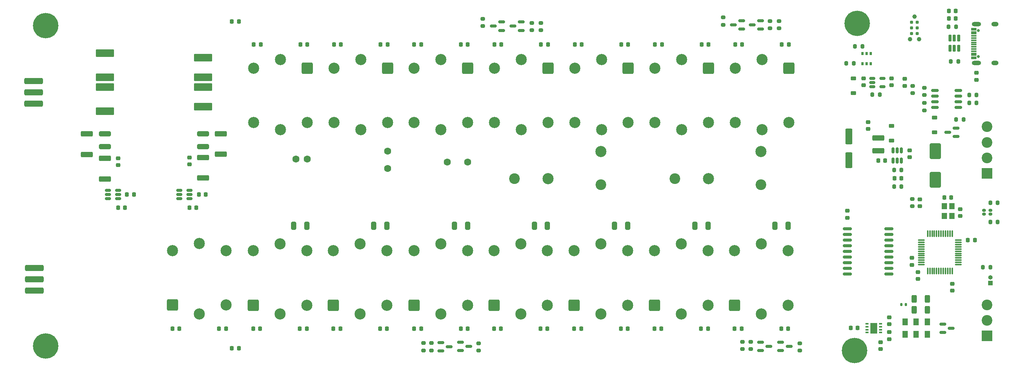
<source format=gts>
G04 #@! TF.GenerationSoftware,KiCad,Pcbnew,8.0.2-8.0.2-0~ubuntu22.04.1*
G04 #@! TF.CreationDate,2024-05-04T14:35:27+03:00*
G04 #@! TF.ProjectId,ZFTuner,5a465475-6e65-4722-9e6b-696361645f70,A0*
G04 #@! TF.SameCoordinates,Original*
G04 #@! TF.FileFunction,Soldermask,Top*
G04 #@! TF.FilePolarity,Negative*
%FSLAX46Y46*%
G04 Gerber Fmt 4.6, Leading zero omitted, Abs format (unit mm)*
G04 Created by KiCad (PCBNEW 8.0.2-8.0.2-0~ubuntu22.04.1) date 2024-05-04 14:35:27*
%MOMM*%
%LPD*%
G01*
G04 APERTURE LIST*
G04 Aperture macros list*
%AMRoundRect*
0 Rectangle with rounded corners*
0 $1 Rounding radius*
0 $2 $3 $4 $5 $6 $7 $8 $9 X,Y pos of 4 corners*
0 Add a 4 corners polygon primitive as box body*
4,1,4,$2,$3,$4,$5,$6,$7,$8,$9,$2,$3,0*
0 Add four circle primitives for the rounded corners*
1,1,$1+$1,$2,$3*
1,1,$1+$1,$4,$5*
1,1,$1+$1,$6,$7*
1,1,$1+$1,$8,$9*
0 Add four rect primitives between the rounded corners*
20,1,$1+$1,$2,$3,$4,$5,0*
20,1,$1+$1,$4,$5,$6,$7,0*
20,1,$1+$1,$6,$7,$8,$9,0*
20,1,$1+$1,$8,$9,$2,$3,0*%
G04 Aperture macros list end*
%ADD10RoundRect,0.285433X-1.764567X-0.584567X1.764567X-0.584567X1.764567X0.584567X-1.764567X0.584567X0*%
%ADD11C,2.400000*%
%ADD12C,2.500000*%
%ADD13RoundRect,0.225000X-0.375000X0.225000X-0.375000X-0.225000X0.375000X-0.225000X0.375000X0.225000X0*%
%ADD14RoundRect,0.225000X-0.225000X-0.250000X0.225000X-0.250000X0.225000X0.250000X-0.225000X0.250000X0*%
%ADD15RoundRect,0.200000X-0.200000X-0.275000X0.200000X-0.275000X0.200000X0.275000X-0.200000X0.275000X0*%
%ADD16RoundRect,0.200000X0.275000X-0.200000X0.275000X0.200000X-0.275000X0.200000X-0.275000X-0.200000X0*%
%ADD17RoundRect,0.225000X0.225000X0.250000X-0.225000X0.250000X-0.225000X-0.250000X0.225000X-0.250000X0*%
%ADD18RoundRect,0.225000X0.250000X-0.225000X0.250000X0.225000X-0.250000X0.225000X-0.250000X-0.225000X0*%
%ADD19RoundRect,0.250000X1.075000X-0.362500X1.075000X0.362500X-1.075000X0.362500X-1.075000X-0.362500X0*%
%ADD20RoundRect,0.250000X-0.550000X1.500000X-0.550000X-1.500000X0.550000X-1.500000X0.550000X1.500000X0*%
%ADD21RoundRect,0.225000X-0.250000X0.225000X-0.250000X-0.225000X0.250000X-0.225000X0.250000X0.225000X0*%
%ADD22RoundRect,0.150000X0.587500X0.150000X-0.587500X0.150000X-0.587500X-0.150000X0.587500X-0.150000X0*%
%ADD23R,0.650000X0.350000*%
%ADD24R,1.550000X2.400000*%
%ADD25RoundRect,0.162500X0.262500X-0.162500X0.262500X0.162500X-0.262500X0.162500X-0.262500X-0.162500X0*%
%ADD26RoundRect,0.350000X-1.750000X-0.350000X1.750000X-0.350000X1.750000X0.350000X-1.750000X0.350000X0*%
%ADD27R,1.200000X1.400000*%
%ADD28RoundRect,0.218750X0.218750X0.256250X-0.218750X0.256250X-0.218750X-0.256250X0.218750X-0.256250X0*%
%ADD29C,5.700000*%
%ADD30C,0.990600*%
%ADD31C,0.787400*%
%ADD32RoundRect,0.150000X0.150000X-0.512500X0.150000X0.512500X-0.150000X0.512500X-0.150000X-0.512500X0*%
%ADD33RoundRect,0.250000X0.325000X0.650000X-0.325000X0.650000X-0.325000X-0.650000X0.325000X-0.650000X0*%
%ADD34RoundRect,0.200000X0.200000X0.275000X-0.200000X0.275000X-0.200000X-0.275000X0.200000X-0.275000X0*%
%ADD35RoundRect,0.196850X-0.403150X-0.603150X0.403150X-0.603150X0.403150X0.603150X-0.403150X0.603150X0*%
%ADD36RoundRect,0.250000X-1.000000X1.500000X-1.000000X-1.500000X1.000000X-1.500000X1.000000X1.500000X0*%
%ADD37RoundRect,0.225000X0.375000X-0.225000X0.375000X0.225000X-0.375000X0.225000X-0.375000X-0.225000X0*%
%ADD38RoundRect,0.250000X-1.000000X1.000000X-1.000000X-1.000000X1.000000X-1.000000X1.000000X1.000000X0*%
%ADD39RoundRect,0.218750X-0.218750X-0.256250X0.218750X-0.256250X0.218750X0.256250X-0.218750X0.256250X0*%
%ADD40RoundRect,0.200000X-0.275000X0.200000X-0.275000X-0.200000X0.275000X-0.200000X0.275000X0.200000X0*%
%ADD41C,1.600000*%
%ADD42RoundRect,0.250000X1.000000X-1.000000X1.000000X1.000000X-1.000000X1.000000X-1.000000X-1.000000X0*%
%ADD43RoundRect,0.150000X-0.512500X-0.150000X0.512500X-0.150000X0.512500X0.150000X-0.512500X0.150000X0*%
%ADD44R,2.400000X2.400000*%
%ADD45RoundRect,0.250000X-1.075000X0.362500X-1.075000X-0.362500X1.075000X-0.362500X1.075000X0.362500X0*%
%ADD46RoundRect,0.150000X0.675000X0.150000X-0.675000X0.150000X-0.675000X-0.150000X0.675000X-0.150000X0*%
%ADD47RoundRect,0.150000X0.875000X0.150000X-0.875000X0.150000X-0.875000X-0.150000X0.875000X-0.150000X0*%
%ADD48C,0.650000*%
%ADD49R,1.150000X0.300000*%
%ADD50O,2.100000X1.000000*%
%ADD51O,1.600000X1.000000*%
%ADD52RoundRect,0.150000X-0.587500X-0.150000X0.587500X-0.150000X0.587500X0.150000X-0.587500X0.150000X0*%
%ADD53RoundRect,0.250000X1.075000X-0.375000X1.075000X0.375000X-1.075000X0.375000X-1.075000X-0.375000X0*%
%ADD54RoundRect,0.075000X-0.075000X0.662500X-0.075000X-0.662500X0.075000X-0.662500X0.075000X0.662500X0*%
%ADD55RoundRect,0.075000X-0.662500X0.075000X-0.662500X-0.075000X0.662500X-0.075000X0.662500X0.075000X0*%
%ADD56RoundRect,0.250000X-0.312500X-0.625000X0.312500X-0.625000X0.312500X0.625000X-0.312500X0.625000X0*%
%ADD57RoundRect,0.140000X0.140000X0.170000X-0.140000X0.170000X-0.140000X-0.170000X0.140000X-0.170000X0*%
%ADD58RoundRect,0.250000X-1.075000X0.312500X-1.075000X-0.312500X1.075000X-0.312500X1.075000X0.312500X0*%
%ADD59R,0.510000X0.700000*%
%ADD60RoundRect,0.150000X0.150000X-0.650000X0.150000X0.650000X-0.150000X0.650000X-0.150000X-0.650000X0*%
%ADD61RoundRect,0.218750X0.256250X-0.218750X0.256250X0.218750X-0.256250X0.218750X-0.256250X-0.218750X0*%
%ADD62R,1.000000X1.000000*%
%ADD63O,1.000000X1.000000*%
G04 APERTURE END LIST*
D10*
X62250000Y-51750000D03*
X62250000Y-57150000D03*
X62250000Y-59350000D03*
X62250000Y-64750000D03*
X84250000Y-63750000D03*
X84250000Y-59350000D03*
X84250000Y-57150000D03*
X84250000Y-52750000D03*
D11*
X173500000Y-81300000D03*
D12*
X173500000Y-73800000D03*
D13*
X230190000Y-57375000D03*
X230190000Y-60675000D03*
D14*
X214107500Y-49750000D03*
X215657500Y-49750000D03*
D15*
X259250000Y-99800000D03*
X260900000Y-99800000D03*
X256150000Y-62900000D03*
X257800000Y-62900000D03*
D16*
X243350000Y-86100000D03*
X243350000Y-84450000D03*
D17*
X240950000Y-79817677D03*
X239400000Y-79817677D03*
X197540000Y-113617500D03*
X195990000Y-113617500D03*
D14*
X255850000Y-93712500D03*
X257400000Y-93712500D03*
D18*
X238690000Y-58925000D03*
X238690000Y-57375000D03*
D19*
X58250000Y-74450000D03*
X58250000Y-69825000D03*
D17*
X161540000Y-113617500D03*
X159990000Y-113617500D03*
X107540000Y-113617500D03*
X105990000Y-113617500D03*
D20*
X229152677Y-70392677D03*
X229152677Y-75792677D03*
D17*
X179540000Y-113617500D03*
X177990000Y-113617500D03*
D11*
X190157500Y-79900000D03*
D12*
X197657500Y-79900000D03*
D21*
X65250000Y-75325000D03*
X65250000Y-76875000D03*
D17*
X151090000Y-113617500D03*
X149540000Y-113617500D03*
X169090000Y-113617500D03*
X167540000Y-113617500D03*
D14*
X81250000Y-86450000D03*
X82800000Y-86450000D03*
D22*
X155687500Y-46590000D03*
X155687500Y-44690000D03*
X153812500Y-45640000D03*
D23*
X233200000Y-112525000D03*
X233200000Y-113175000D03*
X233200000Y-113825000D03*
X233200000Y-114475000D03*
X236300000Y-114475000D03*
X236300000Y-113825000D03*
X236300000Y-113175000D03*
X236300000Y-112525000D03*
D24*
X234750000Y-113500000D03*
D25*
X259450000Y-87050000D03*
X259450000Y-87900000D03*
X260900000Y-87050000D03*
X260900000Y-87900000D03*
D26*
X46407500Y-102500000D03*
X46407500Y-99950000D03*
X46407500Y-105050000D03*
D21*
X243325000Y-97712500D03*
X243325000Y-99262500D03*
D14*
X113657500Y-49750000D03*
X115207500Y-49750000D03*
D17*
X205090000Y-113617500D03*
X203540000Y-113617500D03*
D27*
X250600000Y-86100000D03*
X250600000Y-88300000D03*
X252300000Y-88300000D03*
X252300000Y-86100000D03*
D28*
X253137500Y-43950000D03*
X251562500Y-43950000D03*
D17*
X78972500Y-113617500D03*
X77422500Y-113617500D03*
D15*
X256150000Y-61150000D03*
X257800000Y-61150000D03*
D29*
X230400000Y-118500000D03*
D14*
X196107500Y-49750000D03*
X197657500Y-49750000D03*
X124107500Y-49750000D03*
X125657500Y-49750000D03*
D30*
X243865000Y-43480000D03*
X244881000Y-48560000D03*
X242849000Y-48560000D03*
D31*
X243230000Y-44750000D03*
X244500000Y-44750000D03*
X243230000Y-46020000D03*
X244500000Y-46020000D03*
X243230000Y-47290000D03*
X244500000Y-47290000D03*
D32*
X239050000Y-75837500D03*
X240000000Y-75837500D03*
X240950000Y-75837500D03*
X240950000Y-73562500D03*
X240000000Y-73562500D03*
X239050000Y-73562500D03*
D15*
X228575000Y-54000000D03*
X230225000Y-54000000D03*
X260900000Y-89640000D03*
X262550000Y-89640000D03*
D33*
X107540000Y-90500000D03*
X104590000Y-90500000D03*
D15*
X232190000Y-50200000D03*
X230540000Y-50200000D03*
D21*
X254150000Y-86750000D03*
X254150000Y-88300000D03*
X244650000Y-100875000D03*
X244650000Y-102425000D03*
D17*
X187090000Y-113617500D03*
X185540000Y-113617500D03*
D14*
X160107500Y-49750000D03*
X161657500Y-49750000D03*
D34*
X254887500Y-66600000D03*
X253237500Y-66600000D03*
D16*
X246050000Y-64550000D03*
X246050000Y-62900000D03*
D35*
X241750000Y-114900000D03*
X244250000Y-114900000D03*
X246750000Y-114900000D03*
X246750000Y-112100000D03*
X244250000Y-112100000D03*
X241750000Y-112100000D03*
D36*
X248500000Y-73692500D03*
X248500000Y-80192500D03*
D17*
X84887500Y-83450000D03*
X83337500Y-83450000D03*
D37*
X238750000Y-71350000D03*
X238750000Y-68050000D03*
D12*
X137657500Y-53117500D03*
X143657500Y-67317500D03*
X131657500Y-67317500D03*
D38*
X143657500Y-55117500D03*
D12*
X131657500Y-55117500D03*
X137657500Y-68917500D03*
D39*
X251562500Y-42250000D03*
X253137500Y-42250000D03*
D40*
X147000000Y-43990000D03*
X147000000Y-45640000D03*
D41*
X125657500Y-77660000D03*
X125657500Y-73740000D03*
D12*
X209540000Y-110317500D03*
X203540000Y-96117500D03*
X215540000Y-96117500D03*
D42*
X203540000Y-108317500D03*
D12*
X215540000Y-108317500D03*
X209540000Y-94517500D03*
D18*
X245100000Y-86100000D03*
X245100000Y-84550000D03*
D16*
X133750000Y-118475000D03*
X133750000Y-116825000D03*
D14*
X149657500Y-49750000D03*
X151207500Y-49750000D03*
D28*
X92325000Y-117975000D03*
X90750000Y-117975000D03*
D17*
X215540000Y-113617500D03*
X213990000Y-113617500D03*
D15*
X260900000Y-85300000D03*
X262550000Y-85300000D03*
D14*
X203657500Y-49750000D03*
X205207500Y-49750000D03*
D16*
X205237500Y-118175000D03*
X205237500Y-116525000D03*
D17*
X143657500Y-113617500D03*
X142107500Y-113617500D03*
D16*
X158062500Y-46552500D03*
X158062500Y-44902500D03*
D17*
X115090000Y-113617500D03*
X113540000Y-113617500D03*
D12*
X191540000Y-110317500D03*
X185540000Y-96117500D03*
X197540000Y-96117500D03*
D42*
X185540000Y-108317500D03*
D12*
X197540000Y-108317500D03*
X191540000Y-94517500D03*
X101657500Y-53117500D03*
X107657500Y-67317500D03*
X95657500Y-67317500D03*
D38*
X107657500Y-55117500D03*
D12*
X95657500Y-55117500D03*
X101657500Y-68917500D03*
D21*
X252325000Y-103525000D03*
X252325000Y-105075000D03*
D43*
X78975000Y-82500000D03*
X78975000Y-83450000D03*
X78975000Y-84400000D03*
X81250000Y-84400000D03*
X81250000Y-83450000D03*
X81250000Y-82500000D03*
D22*
X209375000Y-46290000D03*
X209375000Y-44390000D03*
X207500000Y-45340000D03*
D41*
X139067500Y-76200000D03*
X143657500Y-76200000D03*
D12*
X173540000Y-110317500D03*
X167540000Y-96117500D03*
X179540000Y-96117500D03*
D42*
X167540000Y-108317500D03*
D12*
X179540000Y-108317500D03*
X173540000Y-94517500D03*
D44*
X260100000Y-78750000D03*
D11*
X260100000Y-75250000D03*
X260100000Y-71750000D03*
X260100000Y-68250000D03*
D43*
X62975000Y-82500000D03*
X62975000Y-83450000D03*
X62975000Y-84400000D03*
X65250000Y-84400000D03*
X65250000Y-83450000D03*
X65250000Y-82500000D03*
D14*
X95657500Y-49750000D03*
X97207500Y-49750000D03*
D21*
X236300000Y-116650000D03*
X236300000Y-118200000D03*
D45*
X84250000Y-75125000D03*
X84250000Y-79750000D03*
D18*
X238250000Y-112600000D03*
X238250000Y-111050000D03*
D33*
X143657500Y-90500000D03*
X140707500Y-90500000D03*
D40*
X207175000Y-116525000D03*
X207175000Y-118175000D03*
D17*
X252100000Y-84100000D03*
X250550000Y-84100000D03*
D45*
X62250000Y-75325000D03*
X62250000Y-79950000D03*
D12*
X155657500Y-53117500D03*
X161657500Y-67317500D03*
X149657500Y-67317500D03*
D38*
X161657500Y-55117500D03*
D12*
X149657500Y-55117500D03*
X155657500Y-68917500D03*
D14*
X178107500Y-49750000D03*
X179657500Y-49750000D03*
D16*
X211500000Y-46165000D03*
X211500000Y-44515000D03*
D46*
X253725000Y-63870000D03*
X253725000Y-62600000D03*
X253725000Y-61330000D03*
X253725000Y-60060000D03*
X248475000Y-60060000D03*
X248475000Y-61330000D03*
X248475000Y-62600000D03*
X248475000Y-63870000D03*
D14*
X65250000Y-86400000D03*
X66800000Y-86400000D03*
D37*
X248400000Y-69500000D03*
X248400000Y-66200000D03*
D12*
X101540000Y-110317500D03*
X95540000Y-96117500D03*
X107540000Y-96117500D03*
D42*
X95540000Y-108317500D03*
D12*
X107540000Y-108317500D03*
X101540000Y-94517500D03*
D33*
X125550000Y-90500000D03*
X122600000Y-90500000D03*
X179540000Y-90500000D03*
X176590000Y-90500000D03*
D47*
X238100000Y-101330000D03*
X238100000Y-100060000D03*
X238100000Y-98790000D03*
X238100000Y-97520000D03*
X238100000Y-96250000D03*
X238100000Y-94980000D03*
X238100000Y-93710000D03*
X238100000Y-92440000D03*
X238100000Y-91170000D03*
X228800000Y-91170000D03*
X228800000Y-92440000D03*
X228800000Y-93710000D03*
X228800000Y-94980000D03*
X228800000Y-96250000D03*
X228800000Y-97520000D03*
X228800000Y-98790000D03*
X228800000Y-100060000D03*
X228800000Y-101330000D03*
D16*
X218187500Y-118550000D03*
X218187500Y-116900000D03*
D48*
X258235000Y-52445000D03*
X258235000Y-46665000D03*
D49*
X257170000Y-52905000D03*
X257170000Y-52105000D03*
X257170000Y-50805000D03*
X257170000Y-49805000D03*
X257170000Y-49305000D03*
X257170000Y-48305000D03*
X257170000Y-47005000D03*
X257170000Y-46205000D03*
X257170000Y-46505000D03*
X257170000Y-47305000D03*
X257170000Y-47805000D03*
X257170000Y-48805000D03*
X257170000Y-50305000D03*
X257170000Y-51305000D03*
X257170000Y-51805000D03*
X257170000Y-52605000D03*
D50*
X257735000Y-53875000D03*
D51*
X261915000Y-53875000D03*
D50*
X257735000Y-45235000D03*
D51*
X261915000Y-45235000D03*
D14*
X185657500Y-49750000D03*
X187207500Y-49750000D03*
D52*
X142000000Y-116650000D03*
X142000000Y-118550000D03*
X143875000Y-117600000D03*
D12*
X119540000Y-110317500D03*
X113540000Y-96117500D03*
X125540000Y-96117500D03*
D42*
X113540000Y-108317500D03*
D12*
X125540000Y-108317500D03*
X119540000Y-94517500D03*
D34*
X240950000Y-81700000D03*
X239300000Y-81700000D03*
D43*
X234415000Y-57375000D03*
X234415000Y-58325000D03*
X234415000Y-59275000D03*
X236690000Y-59275000D03*
X236690000Y-57375000D03*
D53*
X235750000Y-73600000D03*
X235750000Y-70800000D03*
D17*
X231137500Y-113425000D03*
X229587500Y-113425000D03*
D21*
X238250000Y-114400000D03*
X238250000Y-115950000D03*
D54*
X252325000Y-92300000D03*
X251825000Y-92300000D03*
X251325000Y-92300000D03*
X250825000Y-92300000D03*
X250325000Y-92300000D03*
X249825000Y-92300000D03*
X249325000Y-92300000D03*
X248825000Y-92300000D03*
X248325000Y-92300000D03*
X247825000Y-92300000D03*
X247325000Y-92300000D03*
X246825000Y-92300000D03*
D55*
X245412500Y-93712500D03*
X245412500Y-94212500D03*
X245412500Y-94712500D03*
X245412500Y-95212500D03*
X245412500Y-95712500D03*
X245412500Y-96212500D03*
X245412500Y-96712500D03*
X245412500Y-97212500D03*
X245412500Y-97712500D03*
X245412500Y-98212500D03*
X245412500Y-98712500D03*
X245412500Y-99212500D03*
D54*
X246825000Y-100625000D03*
X247325000Y-100625000D03*
X247825000Y-100625000D03*
X248325000Y-100625000D03*
X248825000Y-100625000D03*
X249325000Y-100625000D03*
X249825000Y-100625000D03*
X250325000Y-100625000D03*
X250825000Y-100625000D03*
X251325000Y-100625000D03*
X251825000Y-100625000D03*
X252325000Y-100625000D03*
D55*
X253737500Y-99212500D03*
X253737500Y-98712500D03*
X253737500Y-98212500D03*
X253737500Y-97712500D03*
X253737500Y-97212500D03*
X253737500Y-96712500D03*
X253737500Y-96212500D03*
X253737500Y-95712500D03*
X253737500Y-95212500D03*
X253737500Y-94712500D03*
X253737500Y-94212500D03*
X253737500Y-93712500D03*
D33*
X215540000Y-90500000D03*
X212590000Y-90500000D03*
D28*
X92312500Y-44625000D03*
X90737500Y-44625000D03*
D56*
X243825000Y-106900000D03*
X246750000Y-106900000D03*
D21*
X233500000Y-67175000D03*
X233500000Y-68725000D03*
D15*
X251515000Y-45750000D03*
X253165000Y-45750000D03*
D57*
X241900000Y-108150000D03*
X240940000Y-108150000D03*
D12*
X155540000Y-110317500D03*
X149540000Y-96117500D03*
X161540000Y-96117500D03*
D42*
X149540000Y-108317500D03*
D12*
X161540000Y-108317500D03*
X155540000Y-94517500D03*
D58*
X84250000Y-69812500D03*
X84250000Y-72737500D03*
D40*
X246050000Y-59500000D03*
X246050000Y-61150000D03*
D17*
X125540000Y-113617500D03*
X123990000Y-113617500D03*
D18*
X232440000Y-58925000D03*
X232440000Y-57375000D03*
D15*
X252015000Y-53555000D03*
X253665000Y-53555000D03*
D18*
X242750000Y-75112500D03*
X242750000Y-73562500D03*
D26*
X46307500Y-63050000D03*
X46307500Y-57950000D03*
X46307500Y-60500000D03*
D17*
X89422500Y-113617500D03*
X87872500Y-113617500D03*
D14*
X131657500Y-49750000D03*
X133207500Y-49750000D03*
D18*
X228800000Y-88675000D03*
X228800000Y-87125000D03*
D12*
X191657500Y-53117500D03*
X197657500Y-67317500D03*
X185657500Y-67317500D03*
D38*
X197657500Y-55117500D03*
D12*
X185657500Y-55117500D03*
X191657500Y-68917500D03*
D19*
X88250000Y-74437500D03*
X88250000Y-69812500D03*
D59*
X234090000Y-54095000D03*
X233140000Y-54095000D03*
X232190000Y-54095000D03*
X232190000Y-51775000D03*
X233140000Y-51775000D03*
X234090000Y-51775000D03*
D12*
X119657500Y-53117500D03*
X125657500Y-67317500D03*
X113657500Y-67317500D03*
D38*
X125657500Y-55117500D03*
D12*
X113657500Y-55117500D03*
X119657500Y-68917500D03*
D17*
X237275000Y-75837500D03*
X235725000Y-75837500D03*
X97090000Y-113617500D03*
X95540000Y-113617500D03*
D58*
X62250000Y-69825000D03*
X62250000Y-72750000D03*
D33*
X197540000Y-90500000D03*
X194590000Y-90500000D03*
D12*
X137657500Y-110317500D03*
X131657500Y-96117500D03*
X143657500Y-96117500D03*
D42*
X131657500Y-108317500D03*
D12*
X143657500Y-108317500D03*
X137657500Y-94517500D03*
D52*
X209300000Y-116650000D03*
X209300000Y-118550000D03*
X211175000Y-117600000D03*
D17*
X68775000Y-83450000D03*
X67225000Y-83450000D03*
D16*
X146125000Y-118550000D03*
X146125000Y-116900000D03*
D41*
X105077500Y-75500000D03*
X107657500Y-75500000D03*
D52*
X250262500Y-112550000D03*
X250262500Y-114450000D03*
X252137500Y-113500000D03*
D22*
X253237500Y-70450000D03*
X253237500Y-68550000D03*
X251362500Y-69500000D03*
D60*
X251850000Y-50650000D03*
X252800000Y-50650000D03*
X253750000Y-50650000D03*
X253750000Y-48350000D03*
X252800000Y-48350000D03*
X251850000Y-48350000D03*
D16*
X243450000Y-60725000D03*
X243450000Y-59075000D03*
D40*
X213500000Y-44515000D03*
X213500000Y-46165000D03*
D56*
X243825000Y-109400000D03*
X246750000Y-109400000D03*
D61*
X257735000Y-57687500D03*
X257735000Y-56112500D03*
D12*
X83422500Y-110292500D03*
X77422500Y-96092500D03*
X89422500Y-96092500D03*
D42*
X77422500Y-108292500D03*
D12*
X89422500Y-108292500D03*
X83422500Y-94492500D03*
D52*
X213862500Y-116650000D03*
X213862500Y-118550000D03*
X215737500Y-117600000D03*
D40*
X201000000Y-43690000D03*
X201000000Y-45340000D03*
D14*
X167657500Y-49750000D03*
X169207500Y-49750000D03*
X142107500Y-49750000D03*
X143657500Y-49750000D03*
D17*
X133207500Y-113617500D03*
X131657500Y-113617500D03*
D44*
X260100000Y-115250000D03*
D11*
X260100000Y-111750000D03*
X260100000Y-108250000D03*
D62*
X260900000Y-103350000D03*
D63*
X260900000Y-102080000D03*
D12*
X209657500Y-53117500D03*
X215657500Y-67317500D03*
X203657500Y-67317500D03*
D38*
X215657500Y-55117500D03*
D12*
X203657500Y-55117500D03*
X209657500Y-68917500D03*
D14*
X106107500Y-49750000D03*
X107657500Y-49750000D03*
D52*
X137625000Y-116700000D03*
X137625000Y-118600000D03*
X139500000Y-117650000D03*
D29*
X231000000Y-45000000D03*
D22*
X205125000Y-46290000D03*
X205125000Y-44390000D03*
X203250000Y-45340000D03*
D29*
X49000000Y-45500000D03*
D33*
X161540000Y-90500000D03*
X158590000Y-90500000D03*
D29*
X49000000Y-117500000D03*
D40*
X135500000Y-116825000D03*
X135500000Y-118475000D03*
D11*
X154157500Y-79900000D03*
D12*
X161657500Y-79900000D03*
D11*
X209400000Y-81300000D03*
D12*
X209400000Y-73800000D03*
X173657500Y-53117500D03*
X179657500Y-67317500D03*
X167657500Y-67317500D03*
D38*
X179657500Y-55117500D03*
D12*
X167657500Y-55117500D03*
X173657500Y-68917500D03*
D40*
X160062500Y-44902500D03*
X160062500Y-46552500D03*
D21*
X81250000Y-75125000D03*
X81250000Y-76675000D03*
D61*
X241700000Y-59075000D03*
X241700000Y-57500000D03*
D15*
X239300000Y-77950000D03*
X240950000Y-77950000D03*
D22*
X151250000Y-46590000D03*
X151250000Y-44690000D03*
X149375000Y-45640000D03*
D34*
X236075000Y-61025000D03*
X234425000Y-61025000D03*
M02*

</source>
